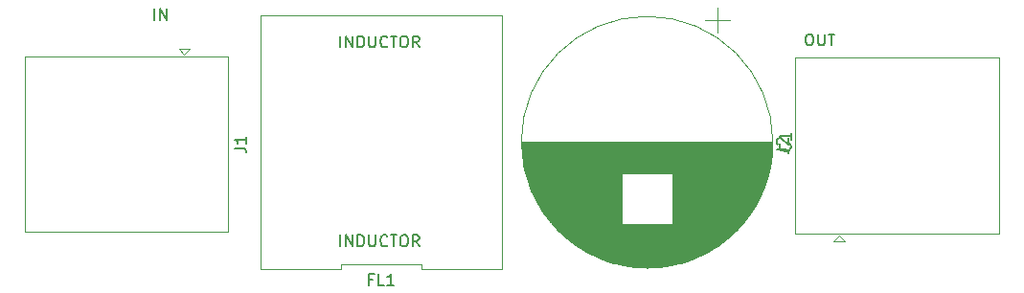
<source format=gbr>
G04 #@! TF.GenerationSoftware,KiCad,Pcbnew,(5.1.4)-1*
G04 #@! TF.CreationDate,2020-02-14T11:12:35-05:00*
G04 #@! TF.ProjectId,PowerFilter,506f7765-7246-4696-9c74-65722e6b6963,rev?*
G04 #@! TF.SameCoordinates,Original*
G04 #@! TF.FileFunction,Legend,Top*
G04 #@! TF.FilePolarity,Positive*
%FSLAX46Y46*%
G04 Gerber Fmt 4.6, Leading zero omitted, Abs format (unit mm)*
G04 Created by KiCad (PCBNEW (5.1.4)-1) date 2020-02-14 11:12:35*
%MOMM*%
%LPD*%
G04 APERTURE LIST*
%ADD10C,0.150000*%
%ADD11C,0.120000*%
G04 APERTURE END LIST*
D10*
X122750000Y-60702380D02*
X122940476Y-60702380D01*
X123035714Y-60750000D01*
X123130952Y-60845238D01*
X123178571Y-61035714D01*
X123178571Y-61369047D01*
X123130952Y-61559523D01*
X123035714Y-61654761D01*
X122940476Y-61702380D01*
X122750000Y-61702380D01*
X122654761Y-61654761D01*
X122559523Y-61559523D01*
X122511904Y-61369047D01*
X122511904Y-61035714D01*
X122559523Y-60845238D01*
X122654761Y-60750000D01*
X122750000Y-60702380D01*
X123607142Y-60702380D02*
X123607142Y-61511904D01*
X123654761Y-61607142D01*
X123702380Y-61654761D01*
X123797619Y-61702380D01*
X123988095Y-61702380D01*
X124083333Y-61654761D01*
X124130952Y-61607142D01*
X124178571Y-61511904D01*
X124178571Y-60702380D01*
X124511904Y-60702380D02*
X125083333Y-60702380D01*
X124797619Y-61702380D02*
X124797619Y-60702380D01*
X64976190Y-59452380D02*
X64976190Y-58452380D01*
X65452380Y-59452380D02*
X65452380Y-58452380D01*
X66023809Y-59452380D01*
X66023809Y-58452380D01*
D11*
X88566666Y-81450000D02*
X95700000Y-81450000D01*
X88566666Y-81090000D02*
X88566666Y-81450000D01*
X81433334Y-81090000D02*
X88566666Y-81090000D01*
X81433334Y-81450000D02*
X81433334Y-81090000D01*
X74300000Y-81450000D02*
X81433334Y-81450000D01*
X74300000Y-59050000D02*
X74300000Y-81450000D01*
X95700000Y-59050000D02*
X74300000Y-59050000D01*
X95700000Y-81450000D02*
X95700000Y-59050000D01*
X121620000Y-78315000D02*
X139580000Y-78315000D01*
X121620000Y-62795000D02*
X121620000Y-78315000D01*
X121620000Y-62795000D02*
X139580000Y-62795000D01*
X139580000Y-78315000D02*
X139580000Y-62795000D01*
X125500000Y-78500000D02*
X125000000Y-79000000D01*
X125000000Y-79000000D02*
X126000000Y-79000000D01*
X126000000Y-79000000D02*
X125500000Y-78500000D01*
X71480000Y-62685000D02*
X53520000Y-62685000D01*
X71480000Y-78205000D02*
X71480000Y-62685000D01*
X71480000Y-78205000D02*
X53520000Y-78205000D01*
X53520000Y-62685000D02*
X53520000Y-78205000D01*
X67600000Y-62500000D02*
X68100000Y-62000000D01*
X68100000Y-62000000D02*
X67100000Y-62000000D01*
X67100000Y-62000000D02*
X67600000Y-62500000D01*
X115835000Y-59450663D02*
X113635000Y-59450663D01*
X114735000Y-58350663D02*
X114735000Y-60550663D01*
X108540000Y-81370000D02*
X108460000Y-81370000D01*
X109403000Y-81330000D02*
X107597000Y-81330000D01*
X109792000Y-81290000D02*
X107208000Y-81290000D01*
X110090000Y-81250000D02*
X106910000Y-81250000D01*
X110340000Y-81210000D02*
X106660000Y-81210000D01*
X110560000Y-81170000D02*
X106440000Y-81170000D01*
X110758000Y-81130000D02*
X106242000Y-81130000D01*
X110940000Y-81090000D02*
X106060000Y-81090000D01*
X111109000Y-81050000D02*
X105891000Y-81050000D01*
X111267000Y-81010000D02*
X105733000Y-81010000D01*
X111416000Y-80970000D02*
X105584000Y-80970000D01*
X111558000Y-80930000D02*
X105442000Y-80930000D01*
X111692000Y-80890000D02*
X105308000Y-80890000D01*
X111821000Y-80850000D02*
X105179000Y-80850000D01*
X111945000Y-80810000D02*
X105055000Y-80810000D01*
X112064000Y-80770000D02*
X104936000Y-80770000D01*
X112179000Y-80730000D02*
X104821000Y-80730000D01*
X112289000Y-80690000D02*
X104711000Y-80690000D01*
X112397000Y-80650000D02*
X104603000Y-80650000D01*
X112501000Y-80610000D02*
X104499000Y-80610000D01*
X112602000Y-80570000D02*
X104398000Y-80570000D01*
X112700000Y-80530000D02*
X104300000Y-80530000D01*
X112796000Y-80490000D02*
X104204000Y-80490000D01*
X112889000Y-80450000D02*
X104111000Y-80450000D01*
X112980000Y-80410000D02*
X104020000Y-80410000D01*
X113069000Y-80370000D02*
X103931000Y-80370000D01*
X113156000Y-80330000D02*
X103844000Y-80330000D01*
X113241000Y-80290000D02*
X103759000Y-80290000D01*
X113324000Y-80250000D02*
X103676000Y-80250000D01*
X113405000Y-80210000D02*
X103595000Y-80210000D01*
X113485000Y-80170000D02*
X103515000Y-80170000D01*
X113563000Y-80130000D02*
X103437000Y-80130000D01*
X113640000Y-80090000D02*
X103360000Y-80090000D01*
X113715000Y-80050000D02*
X103285000Y-80050000D01*
X113789000Y-80010000D02*
X103211000Y-80010000D01*
X113862000Y-79970000D02*
X103138000Y-79970000D01*
X113933000Y-79930000D02*
X103067000Y-79930000D01*
X114003000Y-79890000D02*
X102997000Y-79890000D01*
X114072000Y-79850000D02*
X102928000Y-79850000D01*
X114140000Y-79810000D02*
X102860000Y-79810000D01*
X114207000Y-79770000D02*
X102793000Y-79770000D01*
X114273000Y-79730000D02*
X102727000Y-79730000D01*
X114338000Y-79690000D02*
X102662000Y-79690000D01*
X114401000Y-79650000D02*
X102599000Y-79650000D01*
X114464000Y-79610000D02*
X102536000Y-79610000D01*
X114526000Y-79570000D02*
X102474000Y-79570000D01*
X114587000Y-79530000D02*
X102413000Y-79530000D01*
X114647000Y-79490000D02*
X102353000Y-79490000D01*
X114707000Y-79450000D02*
X102293000Y-79450000D01*
X114765000Y-79410000D02*
X102235000Y-79410000D01*
X114823000Y-79370000D02*
X102177000Y-79370000D01*
X114880000Y-79330000D02*
X102120000Y-79330000D01*
X114936000Y-79290000D02*
X102064000Y-79290000D01*
X114992000Y-79250000D02*
X102008000Y-79250000D01*
X115046000Y-79210000D02*
X101954000Y-79210000D01*
X115100000Y-79170000D02*
X101900000Y-79170000D01*
X115154000Y-79130000D02*
X101846000Y-79130000D01*
X115207000Y-79090000D02*
X101793000Y-79090000D01*
X115259000Y-79050000D02*
X101741000Y-79050000D01*
X115310000Y-79010000D02*
X101690000Y-79010000D01*
X115361000Y-78970000D02*
X101639000Y-78970000D01*
X115411000Y-78930000D02*
X101589000Y-78930000D01*
X115461000Y-78890000D02*
X101539000Y-78890000D01*
X115510000Y-78850000D02*
X101490000Y-78850000D01*
X115558000Y-78810000D02*
X101442000Y-78810000D01*
X115606000Y-78770000D02*
X101394000Y-78770000D01*
X115654000Y-78730000D02*
X101346000Y-78730000D01*
X115701000Y-78690000D02*
X101299000Y-78690000D01*
X115747000Y-78650000D02*
X101253000Y-78650000D01*
X115793000Y-78610000D02*
X101207000Y-78610000D01*
X115838000Y-78570000D02*
X101162000Y-78570000D01*
X115883000Y-78530000D02*
X101117000Y-78530000D01*
X115928000Y-78490000D02*
X101072000Y-78490000D01*
X115971000Y-78450000D02*
X101029000Y-78450000D01*
X116015000Y-78411000D02*
X100985000Y-78411000D01*
X116058000Y-78371000D02*
X100942000Y-78371000D01*
X116100000Y-78331000D02*
X100900000Y-78331000D01*
X116142000Y-78291000D02*
X100858000Y-78291000D01*
X116184000Y-78251000D02*
X100816000Y-78251000D01*
X116225000Y-78211000D02*
X100775000Y-78211000D01*
X116266000Y-78171000D02*
X100734000Y-78171000D01*
X116307000Y-78131000D02*
X100693000Y-78131000D01*
X116346000Y-78091000D02*
X100654000Y-78091000D01*
X116386000Y-78051000D02*
X100614000Y-78051000D01*
X116425000Y-78011000D02*
X100575000Y-78011000D01*
X116464000Y-77971000D02*
X100536000Y-77971000D01*
X116502000Y-77931000D02*
X100498000Y-77931000D01*
X116540000Y-77891000D02*
X100460000Y-77891000D01*
X116578000Y-77851000D02*
X100422000Y-77851000D01*
X116615000Y-77811000D02*
X100385000Y-77811000D01*
X116652000Y-77771000D02*
X100348000Y-77771000D01*
X116689000Y-77731000D02*
X100311000Y-77731000D01*
X116725000Y-77691000D02*
X100275000Y-77691000D01*
X116761000Y-77651000D02*
X100239000Y-77651000D01*
X116796000Y-77611000D02*
X100204000Y-77611000D01*
X116831000Y-77571000D02*
X100169000Y-77571000D01*
X116866000Y-77531000D02*
X100134000Y-77531000D01*
X116901000Y-77491000D02*
X100099000Y-77491000D01*
X106260000Y-77451000D02*
X100065000Y-77451000D01*
X116935000Y-77451000D02*
X110740000Y-77451000D01*
X106260000Y-77411000D02*
X100031000Y-77411000D01*
X116969000Y-77411000D02*
X110740000Y-77411000D01*
X106260000Y-77371000D02*
X99998000Y-77371000D01*
X117002000Y-77371000D02*
X110740000Y-77371000D01*
X106260000Y-77331000D02*
X99965000Y-77331000D01*
X117035000Y-77331000D02*
X110740000Y-77331000D01*
X106260000Y-77291000D02*
X99932000Y-77291000D01*
X117068000Y-77291000D02*
X110740000Y-77291000D01*
X106260000Y-77251000D02*
X99899000Y-77251000D01*
X117101000Y-77251000D02*
X110740000Y-77251000D01*
X106260000Y-77211000D02*
X99867000Y-77211000D01*
X117133000Y-77211000D02*
X110740000Y-77211000D01*
X106260000Y-77171000D02*
X99835000Y-77171000D01*
X117165000Y-77171000D02*
X110740000Y-77171000D01*
X106260000Y-77131000D02*
X99803000Y-77131000D01*
X117197000Y-77131000D02*
X110740000Y-77131000D01*
X106260000Y-77091000D02*
X99772000Y-77091000D01*
X117228000Y-77091000D02*
X110740000Y-77091000D01*
X106260000Y-77051000D02*
X99741000Y-77051000D01*
X117259000Y-77051000D02*
X110740000Y-77051000D01*
X106260000Y-77011000D02*
X99710000Y-77011000D01*
X117290000Y-77011000D02*
X110740000Y-77011000D01*
X106260000Y-76971000D02*
X99680000Y-76971000D01*
X117320000Y-76971000D02*
X110740000Y-76971000D01*
X106260000Y-76931000D02*
X99650000Y-76931000D01*
X117350000Y-76931000D02*
X110740000Y-76931000D01*
X106260000Y-76891000D02*
X99620000Y-76891000D01*
X117380000Y-76891000D02*
X110740000Y-76891000D01*
X106260000Y-76851000D02*
X99590000Y-76851000D01*
X117410000Y-76851000D02*
X110740000Y-76851000D01*
X106260000Y-76811000D02*
X99561000Y-76811000D01*
X117439000Y-76811000D02*
X110740000Y-76811000D01*
X106260000Y-76771000D02*
X99532000Y-76771000D01*
X117468000Y-76771000D02*
X110740000Y-76771000D01*
X106260000Y-76731000D02*
X99503000Y-76731000D01*
X117497000Y-76731000D02*
X110740000Y-76731000D01*
X106260000Y-76691000D02*
X99474000Y-76691000D01*
X117526000Y-76691000D02*
X110740000Y-76691000D01*
X106260000Y-76651000D02*
X99446000Y-76651000D01*
X117554000Y-76651000D02*
X110740000Y-76651000D01*
X106260000Y-76611000D02*
X99418000Y-76611000D01*
X117582000Y-76611000D02*
X110740000Y-76611000D01*
X106260000Y-76571000D02*
X99390000Y-76571000D01*
X117610000Y-76571000D02*
X110740000Y-76571000D01*
X106260000Y-76531000D02*
X99363000Y-76531000D01*
X117637000Y-76531000D02*
X110740000Y-76531000D01*
X106260000Y-76491000D02*
X99335000Y-76491000D01*
X117665000Y-76491000D02*
X110740000Y-76491000D01*
X106260000Y-76451000D02*
X99308000Y-76451000D01*
X117692000Y-76451000D02*
X110740000Y-76451000D01*
X106260000Y-76411000D02*
X99282000Y-76411000D01*
X117718000Y-76411000D02*
X110740000Y-76411000D01*
X106260000Y-76371000D02*
X99255000Y-76371000D01*
X117745000Y-76371000D02*
X110740000Y-76371000D01*
X106260000Y-76331000D02*
X99229000Y-76331000D01*
X117771000Y-76331000D02*
X110740000Y-76331000D01*
X106260000Y-76291000D02*
X99203000Y-76291000D01*
X117797000Y-76291000D02*
X110740000Y-76291000D01*
X106260000Y-76251000D02*
X99177000Y-76251000D01*
X117823000Y-76251000D02*
X110740000Y-76251000D01*
X106260000Y-76211000D02*
X99152000Y-76211000D01*
X117848000Y-76211000D02*
X110740000Y-76211000D01*
X106260000Y-76171000D02*
X99126000Y-76171000D01*
X117874000Y-76171000D02*
X110740000Y-76171000D01*
X106260000Y-76131000D02*
X99101000Y-76131000D01*
X117899000Y-76131000D02*
X110740000Y-76131000D01*
X106260000Y-76091000D02*
X99076000Y-76091000D01*
X117924000Y-76091000D02*
X110740000Y-76091000D01*
X106260000Y-76051000D02*
X99052000Y-76051000D01*
X117948000Y-76051000D02*
X110740000Y-76051000D01*
X106260000Y-76011000D02*
X99028000Y-76011000D01*
X117972000Y-76011000D02*
X110740000Y-76011000D01*
X106260000Y-75971000D02*
X99003000Y-75971000D01*
X117997000Y-75971000D02*
X110740000Y-75971000D01*
X106260000Y-75931000D02*
X98980000Y-75931000D01*
X118020000Y-75931000D02*
X110740000Y-75931000D01*
X106260000Y-75891000D02*
X98956000Y-75891000D01*
X118044000Y-75891000D02*
X110740000Y-75891000D01*
X106260000Y-75851000D02*
X98933000Y-75851000D01*
X118067000Y-75851000D02*
X110740000Y-75851000D01*
X106260000Y-75811000D02*
X98909000Y-75811000D01*
X118091000Y-75811000D02*
X110740000Y-75811000D01*
X106260000Y-75771000D02*
X98886000Y-75771000D01*
X118114000Y-75771000D02*
X110740000Y-75771000D01*
X106260000Y-75731000D02*
X98864000Y-75731000D01*
X118136000Y-75731000D02*
X110740000Y-75731000D01*
X106260000Y-75691000D02*
X98841000Y-75691000D01*
X118159000Y-75691000D02*
X110740000Y-75691000D01*
X106260000Y-75651000D02*
X98819000Y-75651000D01*
X118181000Y-75651000D02*
X110740000Y-75651000D01*
X106260000Y-75611000D02*
X98797000Y-75611000D01*
X118203000Y-75611000D02*
X110740000Y-75611000D01*
X106260000Y-75571000D02*
X98775000Y-75571000D01*
X118225000Y-75571000D02*
X110740000Y-75571000D01*
X106260000Y-75531000D02*
X98753000Y-75531000D01*
X118247000Y-75531000D02*
X110740000Y-75531000D01*
X106260000Y-75491000D02*
X98732000Y-75491000D01*
X118268000Y-75491000D02*
X110740000Y-75491000D01*
X106260000Y-75451000D02*
X98710000Y-75451000D01*
X118290000Y-75451000D02*
X110740000Y-75451000D01*
X106260000Y-75411000D02*
X98689000Y-75411000D01*
X118311000Y-75411000D02*
X110740000Y-75411000D01*
X106260000Y-75371000D02*
X98668000Y-75371000D01*
X118332000Y-75371000D02*
X110740000Y-75371000D01*
X106260000Y-75331000D02*
X98648000Y-75331000D01*
X118352000Y-75331000D02*
X110740000Y-75331000D01*
X106260000Y-75291000D02*
X98627000Y-75291000D01*
X118373000Y-75291000D02*
X110740000Y-75291000D01*
X106260000Y-75251000D02*
X98607000Y-75251000D01*
X118393000Y-75251000D02*
X110740000Y-75251000D01*
X106260000Y-75211000D02*
X98587000Y-75211000D01*
X118413000Y-75211000D02*
X110740000Y-75211000D01*
X106260000Y-75171000D02*
X98567000Y-75171000D01*
X118433000Y-75171000D02*
X110740000Y-75171000D01*
X106260000Y-75131000D02*
X98548000Y-75131000D01*
X118452000Y-75131000D02*
X110740000Y-75131000D01*
X106260000Y-75091000D02*
X98528000Y-75091000D01*
X118472000Y-75091000D02*
X110740000Y-75091000D01*
X106260000Y-75051000D02*
X98509000Y-75051000D01*
X118491000Y-75051000D02*
X110740000Y-75051000D01*
X106260000Y-75011000D02*
X98490000Y-75011000D01*
X118510000Y-75011000D02*
X110740000Y-75011000D01*
X106260000Y-74971000D02*
X98471000Y-74971000D01*
X118529000Y-74971000D02*
X110740000Y-74971000D01*
X106260000Y-74931000D02*
X98452000Y-74931000D01*
X118548000Y-74931000D02*
X110740000Y-74931000D01*
X106260000Y-74891000D02*
X98434000Y-74891000D01*
X118566000Y-74891000D02*
X110740000Y-74891000D01*
X106260000Y-74851000D02*
X98416000Y-74851000D01*
X118584000Y-74851000D02*
X110740000Y-74851000D01*
X106260000Y-74811000D02*
X98397000Y-74811000D01*
X118603000Y-74811000D02*
X110740000Y-74811000D01*
X106260000Y-74771000D02*
X98380000Y-74771000D01*
X118620000Y-74771000D02*
X110740000Y-74771000D01*
X106260000Y-74731000D02*
X98362000Y-74731000D01*
X118638000Y-74731000D02*
X110740000Y-74731000D01*
X106260000Y-74691000D02*
X98344000Y-74691000D01*
X118656000Y-74691000D02*
X110740000Y-74691000D01*
X106260000Y-74651000D02*
X98327000Y-74651000D01*
X118673000Y-74651000D02*
X110740000Y-74651000D01*
X106260000Y-74611000D02*
X98310000Y-74611000D01*
X118690000Y-74611000D02*
X110740000Y-74611000D01*
X106260000Y-74571000D02*
X98293000Y-74571000D01*
X118707000Y-74571000D02*
X110740000Y-74571000D01*
X106260000Y-74531000D02*
X98276000Y-74531000D01*
X118724000Y-74531000D02*
X110740000Y-74531000D01*
X106260000Y-74491000D02*
X98260000Y-74491000D01*
X118740000Y-74491000D02*
X110740000Y-74491000D01*
X106260000Y-74451000D02*
X98243000Y-74451000D01*
X118757000Y-74451000D02*
X110740000Y-74451000D01*
X106260000Y-74411000D02*
X98227000Y-74411000D01*
X118773000Y-74411000D02*
X110740000Y-74411000D01*
X106260000Y-74371000D02*
X98211000Y-74371000D01*
X118789000Y-74371000D02*
X110740000Y-74371000D01*
X106260000Y-74331000D02*
X98195000Y-74331000D01*
X118805000Y-74331000D02*
X110740000Y-74331000D01*
X106260000Y-74291000D02*
X98179000Y-74291000D01*
X118821000Y-74291000D02*
X110740000Y-74291000D01*
X106260000Y-74251000D02*
X98164000Y-74251000D01*
X118836000Y-74251000D02*
X110740000Y-74251000D01*
X106260000Y-74211000D02*
X98149000Y-74211000D01*
X118851000Y-74211000D02*
X110740000Y-74211000D01*
X106260000Y-74171000D02*
X98133000Y-74171000D01*
X118867000Y-74171000D02*
X110740000Y-74171000D01*
X106260000Y-74131000D02*
X98118000Y-74131000D01*
X118882000Y-74131000D02*
X110740000Y-74131000D01*
X106260000Y-74091000D02*
X98104000Y-74091000D01*
X118896000Y-74091000D02*
X110740000Y-74091000D01*
X106260000Y-74051000D02*
X98089000Y-74051000D01*
X118911000Y-74051000D02*
X110740000Y-74051000D01*
X106260000Y-74011000D02*
X98074000Y-74011000D01*
X118926000Y-74011000D02*
X110740000Y-74011000D01*
X106260000Y-73971000D02*
X98060000Y-73971000D01*
X118940000Y-73971000D02*
X110740000Y-73971000D01*
X106260000Y-73931000D02*
X98046000Y-73931000D01*
X118954000Y-73931000D02*
X110740000Y-73931000D01*
X106260000Y-73891000D02*
X98032000Y-73891000D01*
X118968000Y-73891000D02*
X110740000Y-73891000D01*
X106260000Y-73851000D02*
X98018000Y-73851000D01*
X118982000Y-73851000D02*
X110740000Y-73851000D01*
X106260000Y-73811000D02*
X98005000Y-73811000D01*
X118995000Y-73811000D02*
X110740000Y-73811000D01*
X106260000Y-73771000D02*
X97991000Y-73771000D01*
X119009000Y-73771000D02*
X110740000Y-73771000D01*
X106260000Y-73731000D02*
X97978000Y-73731000D01*
X119022000Y-73731000D02*
X110740000Y-73731000D01*
X106260000Y-73691000D02*
X97965000Y-73691000D01*
X119035000Y-73691000D02*
X110740000Y-73691000D01*
X106260000Y-73651000D02*
X97952000Y-73651000D01*
X119048000Y-73651000D02*
X110740000Y-73651000D01*
X106260000Y-73611000D02*
X97939000Y-73611000D01*
X119061000Y-73611000D02*
X110740000Y-73611000D01*
X106260000Y-73571000D02*
X97927000Y-73571000D01*
X119073000Y-73571000D02*
X110740000Y-73571000D01*
X106260000Y-73531000D02*
X97914000Y-73531000D01*
X119086000Y-73531000D02*
X110740000Y-73531000D01*
X106260000Y-73491000D02*
X97902000Y-73491000D01*
X119098000Y-73491000D02*
X110740000Y-73491000D01*
X106260000Y-73451000D02*
X97890000Y-73451000D01*
X119110000Y-73451000D02*
X110740000Y-73451000D01*
X106260000Y-73411000D02*
X97878000Y-73411000D01*
X119122000Y-73411000D02*
X110740000Y-73411000D01*
X106260000Y-73371000D02*
X97866000Y-73371000D01*
X119134000Y-73371000D02*
X110740000Y-73371000D01*
X106260000Y-73331000D02*
X97855000Y-73331000D01*
X119145000Y-73331000D02*
X110740000Y-73331000D01*
X106260000Y-73291000D02*
X97843000Y-73291000D01*
X119157000Y-73291000D02*
X110740000Y-73291000D01*
X106260000Y-73251000D02*
X97832000Y-73251000D01*
X119168000Y-73251000D02*
X110740000Y-73251000D01*
X106260000Y-73211000D02*
X97821000Y-73211000D01*
X119179000Y-73211000D02*
X110740000Y-73211000D01*
X106260000Y-73171000D02*
X97810000Y-73171000D01*
X119190000Y-73171000D02*
X110740000Y-73171000D01*
X106260000Y-73131000D02*
X97799000Y-73131000D01*
X119201000Y-73131000D02*
X110740000Y-73131000D01*
X106260000Y-73091000D02*
X97788000Y-73091000D01*
X119212000Y-73091000D02*
X110740000Y-73091000D01*
X106260000Y-73051000D02*
X97778000Y-73051000D01*
X119222000Y-73051000D02*
X110740000Y-73051000D01*
X106260000Y-73011000D02*
X97767000Y-73011000D01*
X119233000Y-73011000D02*
X110740000Y-73011000D01*
X119243000Y-72971000D02*
X97757000Y-72971000D01*
X119253000Y-72931000D02*
X97747000Y-72931000D01*
X119263000Y-72891000D02*
X97737000Y-72891000D01*
X119272000Y-72851000D02*
X97728000Y-72851000D01*
X119282000Y-72811000D02*
X97718000Y-72811000D01*
X119291000Y-72771000D02*
X97709000Y-72771000D01*
X119300000Y-72731000D02*
X97700000Y-72731000D01*
X119309000Y-72691000D02*
X97691000Y-72691000D01*
X119318000Y-72651000D02*
X97682000Y-72651000D01*
X119327000Y-72611000D02*
X97673000Y-72611000D01*
X119336000Y-72571000D02*
X97664000Y-72571000D01*
X119344000Y-72531000D02*
X97656000Y-72531000D01*
X119353000Y-72491000D02*
X97647000Y-72491000D01*
X119361000Y-72451000D02*
X97639000Y-72451000D01*
X119369000Y-72411000D02*
X97631000Y-72411000D01*
X119377000Y-72371000D02*
X97623000Y-72371000D01*
X119384000Y-72331000D02*
X97616000Y-72331000D01*
X119392000Y-72291000D02*
X97608000Y-72291000D01*
X119399000Y-72251000D02*
X97601000Y-72251000D01*
X119406000Y-72211000D02*
X97594000Y-72211000D01*
X119413000Y-72171000D02*
X97587000Y-72171000D01*
X119420000Y-72131000D02*
X97580000Y-72131000D01*
X119427000Y-72091000D02*
X97573000Y-72091000D01*
X119434000Y-72051000D02*
X97566000Y-72051000D01*
X119440000Y-72011000D02*
X97560000Y-72011000D01*
X119447000Y-71971000D02*
X97553000Y-71971000D01*
X119453000Y-71931000D02*
X97547000Y-71931000D01*
X119459000Y-71891000D02*
X97541000Y-71891000D01*
X119465000Y-71851000D02*
X97535000Y-71851000D01*
X119471000Y-71811000D02*
X97529000Y-71811000D01*
X119476000Y-71771000D02*
X97524000Y-71771000D01*
X119482000Y-71731000D02*
X97518000Y-71731000D01*
X119487000Y-71691000D02*
X97513000Y-71691000D01*
X119492000Y-71651000D02*
X97508000Y-71651000D01*
X119497000Y-71611000D02*
X97503000Y-71611000D01*
X119502000Y-71571000D02*
X97498000Y-71571000D01*
X119507000Y-71531000D02*
X97493000Y-71531000D01*
X119511000Y-71491000D02*
X97489000Y-71491000D01*
X119516000Y-71451000D02*
X97484000Y-71451000D01*
X119520000Y-71411000D02*
X97480000Y-71411000D01*
X119524000Y-71371000D02*
X97476000Y-71371000D01*
X119528000Y-71331000D02*
X97472000Y-71331000D01*
X119532000Y-71291000D02*
X97468000Y-71291000D01*
X119535000Y-71251000D02*
X97465000Y-71251000D01*
X119539000Y-71211000D02*
X97461000Y-71211000D01*
X119542000Y-71171000D02*
X97458000Y-71171000D01*
X119546000Y-71131000D02*
X97454000Y-71131000D01*
X119549000Y-71091000D02*
X97451000Y-71091000D01*
X119552000Y-71051000D02*
X97448000Y-71051000D01*
X119554000Y-71011000D02*
X97446000Y-71011000D01*
X119557000Y-70971000D02*
X97443000Y-70971000D01*
X119560000Y-70930000D02*
X97440000Y-70930000D01*
X119562000Y-70890000D02*
X97438000Y-70890000D01*
X119564000Y-70850000D02*
X97436000Y-70850000D01*
X119566000Y-70810000D02*
X97434000Y-70810000D01*
X119568000Y-70770000D02*
X97432000Y-70770000D01*
X119570000Y-70730000D02*
X97430000Y-70730000D01*
X119572000Y-70690000D02*
X97428000Y-70690000D01*
X119573000Y-70650000D02*
X97427000Y-70650000D01*
X119575000Y-70610000D02*
X97425000Y-70610000D01*
X119576000Y-70570000D02*
X97424000Y-70570000D01*
X119577000Y-70530000D02*
X97423000Y-70530000D01*
X119578000Y-70490000D02*
X97422000Y-70490000D01*
X119579000Y-70450000D02*
X97421000Y-70450000D01*
X119579000Y-70410000D02*
X97421000Y-70410000D01*
X119580000Y-70370000D02*
X97420000Y-70370000D01*
X119580000Y-70330000D02*
X97420000Y-70330000D01*
X119580000Y-70290000D02*
X97420000Y-70290000D01*
X119581000Y-70250000D02*
X97419000Y-70250000D01*
X119620000Y-70250000D02*
G75*
G03X119620000Y-70250000I-11120000J0D01*
G01*
D10*
X84261904Y-82378571D02*
X83928571Y-82378571D01*
X83928571Y-82902380D02*
X83928571Y-81902380D01*
X84404761Y-81902380D01*
X85261904Y-82902380D02*
X84785714Y-82902380D01*
X84785714Y-81902380D01*
X86119047Y-82902380D02*
X85547619Y-82902380D01*
X85833333Y-82902380D02*
X85833333Y-81902380D01*
X85738095Y-82045238D01*
X85642857Y-82140476D01*
X85547619Y-82188095D01*
X81395219Y-79465380D02*
X81395219Y-78465380D01*
X81871409Y-79465380D02*
X81871409Y-78465380D01*
X82442838Y-79465380D01*
X82442838Y-78465380D01*
X82919028Y-79465380D02*
X82919028Y-78465380D01*
X83157123Y-78465380D01*
X83299980Y-78513000D01*
X83395219Y-78608238D01*
X83442838Y-78703476D01*
X83490457Y-78893952D01*
X83490457Y-79036809D01*
X83442838Y-79227285D01*
X83395219Y-79322523D01*
X83299980Y-79417761D01*
X83157123Y-79465380D01*
X82919028Y-79465380D01*
X83919028Y-78465380D02*
X83919028Y-79274904D01*
X83966647Y-79370142D01*
X84014266Y-79417761D01*
X84109504Y-79465380D01*
X84299980Y-79465380D01*
X84395219Y-79417761D01*
X84442838Y-79370142D01*
X84490457Y-79274904D01*
X84490457Y-78465380D01*
X85538076Y-79370142D02*
X85490457Y-79417761D01*
X85347600Y-79465380D01*
X85252361Y-79465380D01*
X85109504Y-79417761D01*
X85014266Y-79322523D01*
X84966647Y-79227285D01*
X84919028Y-79036809D01*
X84919028Y-78893952D01*
X84966647Y-78703476D01*
X85014266Y-78608238D01*
X85109504Y-78513000D01*
X85252361Y-78465380D01*
X85347600Y-78465380D01*
X85490457Y-78513000D01*
X85538076Y-78560619D01*
X85823790Y-78465380D02*
X86395219Y-78465380D01*
X86109504Y-79465380D02*
X86109504Y-78465380D01*
X86919028Y-78465380D02*
X87109504Y-78465380D01*
X87204742Y-78513000D01*
X87299980Y-78608238D01*
X87347600Y-78798714D01*
X87347600Y-79132047D01*
X87299980Y-79322523D01*
X87204742Y-79417761D01*
X87109504Y-79465380D01*
X86919028Y-79465380D01*
X86823790Y-79417761D01*
X86728552Y-79322523D01*
X86680933Y-79132047D01*
X86680933Y-78798714D01*
X86728552Y-78608238D01*
X86823790Y-78513000D01*
X86919028Y-78465380D01*
X88347600Y-79465380D02*
X88014266Y-78989190D01*
X87776171Y-79465380D02*
X87776171Y-78465380D01*
X88157123Y-78465380D01*
X88252361Y-78513000D01*
X88299980Y-78560619D01*
X88347600Y-78655857D01*
X88347600Y-78798714D01*
X88299980Y-78893952D01*
X88252361Y-78941571D01*
X88157123Y-78989190D01*
X87776171Y-78989190D01*
X81395219Y-61863180D02*
X81395219Y-60863180D01*
X81871409Y-61863180D02*
X81871409Y-60863180D01*
X82442838Y-61863180D01*
X82442838Y-60863180D01*
X82919028Y-61863180D02*
X82919028Y-60863180D01*
X83157123Y-60863180D01*
X83299980Y-60910800D01*
X83395219Y-61006038D01*
X83442838Y-61101276D01*
X83490457Y-61291752D01*
X83490457Y-61434609D01*
X83442838Y-61625085D01*
X83395219Y-61720323D01*
X83299980Y-61815561D01*
X83157123Y-61863180D01*
X82919028Y-61863180D01*
X83919028Y-60863180D02*
X83919028Y-61672704D01*
X83966647Y-61767942D01*
X84014266Y-61815561D01*
X84109504Y-61863180D01*
X84299980Y-61863180D01*
X84395219Y-61815561D01*
X84442838Y-61767942D01*
X84490457Y-61672704D01*
X84490457Y-60863180D01*
X85538076Y-61767942D02*
X85490457Y-61815561D01*
X85347600Y-61863180D01*
X85252361Y-61863180D01*
X85109504Y-61815561D01*
X85014266Y-61720323D01*
X84966647Y-61625085D01*
X84919028Y-61434609D01*
X84919028Y-61291752D01*
X84966647Y-61101276D01*
X85014266Y-61006038D01*
X85109504Y-60910800D01*
X85252361Y-60863180D01*
X85347600Y-60863180D01*
X85490457Y-60910800D01*
X85538076Y-60958419D01*
X85823790Y-60863180D02*
X86395219Y-60863180D01*
X86109504Y-61863180D02*
X86109504Y-60863180D01*
X86919028Y-60863180D02*
X87109504Y-60863180D01*
X87204742Y-60910800D01*
X87299980Y-61006038D01*
X87347600Y-61196514D01*
X87347600Y-61529847D01*
X87299980Y-61720323D01*
X87204742Y-61815561D01*
X87109504Y-61863180D01*
X86919028Y-61863180D01*
X86823790Y-61815561D01*
X86728552Y-61720323D01*
X86680933Y-61529847D01*
X86680933Y-61196514D01*
X86728552Y-61006038D01*
X86823790Y-60910800D01*
X86919028Y-60863180D01*
X88347600Y-61863180D02*
X88014266Y-61386990D01*
X87776171Y-61863180D02*
X87776171Y-60863180D01*
X88157123Y-60863180D01*
X88252361Y-60910800D01*
X88299980Y-60958419D01*
X88347600Y-61053657D01*
X88347600Y-61196514D01*
X88299980Y-61291752D01*
X88252361Y-61339371D01*
X88157123Y-61386990D01*
X87776171Y-61386990D01*
X119952380Y-70888333D02*
X120666666Y-70888333D01*
X120809523Y-70935952D01*
X120904761Y-71031190D01*
X120952380Y-71174047D01*
X120952380Y-71269285D01*
X120047619Y-70459761D02*
X120000000Y-70412142D01*
X119952380Y-70316904D01*
X119952380Y-70078809D01*
X120000000Y-69983571D01*
X120047619Y-69935952D01*
X120142857Y-69888333D01*
X120238095Y-69888333D01*
X120380952Y-69935952D01*
X120952380Y-70507380D01*
X120952380Y-69888333D01*
X72052380Y-70778333D02*
X72766666Y-70778333D01*
X72909523Y-70825952D01*
X73004761Y-70921190D01*
X73052380Y-71064047D01*
X73052380Y-71159285D01*
X73052380Y-69778333D02*
X73052380Y-70349761D01*
X73052380Y-70064047D02*
X72052380Y-70064047D01*
X72195238Y-70159285D01*
X72290476Y-70254523D01*
X72338095Y-70349761D01*
X121107142Y-70416666D02*
X121154761Y-70464285D01*
X121202380Y-70607142D01*
X121202380Y-70702380D01*
X121154761Y-70845238D01*
X121059523Y-70940476D01*
X120964285Y-70988095D01*
X120773809Y-71035714D01*
X120630952Y-71035714D01*
X120440476Y-70988095D01*
X120345238Y-70940476D01*
X120250000Y-70845238D01*
X120202380Y-70702380D01*
X120202380Y-70607142D01*
X120250000Y-70464285D01*
X120297619Y-70416666D01*
X121202380Y-69464285D02*
X121202380Y-70035714D01*
X121202380Y-69750000D02*
X120202380Y-69750000D01*
X120345238Y-69845238D01*
X120440476Y-69940476D01*
X120488095Y-70035714D01*
M02*

</source>
